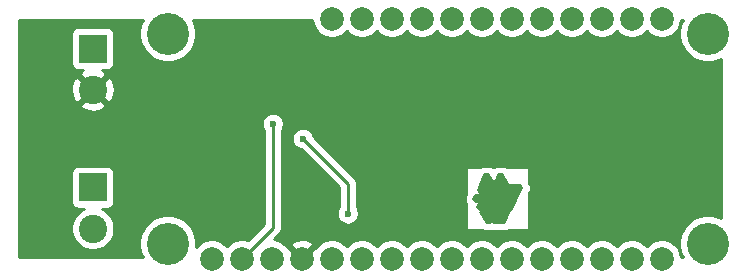
<source format=gbl>
G04 #@! TF.GenerationSoftware,KiCad,Pcbnew,(5.1.2-1)-1*
G04 #@! TF.CreationDate,2019-08-29T10:38:32+12:00*
G04 #@! TF.ProjectId,ModbusRTUFeather,4d6f6462-7573-4525-9455-466561746865,rev?*
G04 #@! TF.SameCoordinates,Original*
G04 #@! TF.FileFunction,Copper,L2,Bot*
G04 #@! TF.FilePolarity,Positive*
%FSLAX46Y46*%
G04 Gerber Fmt 4.6, Leading zero omitted, Abs format (unit mm)*
G04 Created by KiCad (PCBNEW (5.1.2-1)-1) date 2019-08-29 10:38:32*
%MOMM*%
%LPD*%
G04 APERTURE LIST*
%ADD10C,0.100000*%
%ADD11C,2.000000*%
%ADD12C,3.556000*%
%ADD13C,2.400000*%
%ADD14R,2.400000X2.400000*%
%ADD15C,0.600000*%
%ADD16C,0.250000*%
%ADD17C,0.254000*%
G04 APERTURE END LIST*
D10*
G36*
X154915573Y-110294810D02*
G01*
X154753895Y-110294810D01*
X154251779Y-111353333D01*
X153238545Y-111353333D01*
X153147037Y-111187291D01*
X153074632Y-111353333D01*
X152648493Y-111353333D01*
X152110417Y-110380522D01*
X152143050Y-110294810D01*
X152063119Y-110294810D01*
X151860328Y-109922667D01*
X152008721Y-109628099D01*
X151701525Y-109628099D01*
X151496160Y-109251362D01*
X151717583Y-108796270D01*
X152064265Y-108796270D01*
X151871169Y-108467389D01*
X152056244Y-108090676D01*
X152131632Y-108090676D01*
X152085875Y-108018024D01*
X152520974Y-107086667D01*
X152951075Y-107086667D01*
X153255630Y-107628457D01*
X153447631Y-107628457D01*
X153701326Y-107086667D01*
X154117788Y-107086667D01*
X154615438Y-107959081D01*
X155642145Y-107959081D01*
X155843840Y-108332658D01*
X154915573Y-110294810D01*
X154915573Y-110294810D01*
G37*
D11*
X129451100Y-114300000D03*
X131991100Y-114300000D03*
X134531100Y-114300000D03*
X137071100Y-114300000D03*
X139611100Y-114300000D03*
X142151100Y-114300000D03*
X144691100Y-114300000D03*
X147231100Y-114300000D03*
X149771100Y-114300000D03*
X152311100Y-114300000D03*
X154851100Y-114300000D03*
X157391100Y-114300000D03*
X159931100Y-114300000D03*
X162471100Y-114300000D03*
X165011100Y-114300000D03*
X167551100Y-114300000D03*
X167551100Y-93980000D03*
X165011100Y-93980000D03*
X162471100Y-93980000D03*
X159931100Y-93980000D03*
X157391100Y-93980000D03*
X154851100Y-93980000D03*
X152311100Y-93980000D03*
X149771100Y-93980000D03*
X147231100Y-93980000D03*
X144691100Y-93980000D03*
X142151100Y-93980000D03*
X139611100Y-93980000D03*
D12*
X171450000Y-113030000D03*
X125730000Y-113030000D03*
X171450000Y-95250000D03*
X125730000Y-95250000D03*
D13*
X119380000Y-100020000D03*
D14*
X119380000Y-96520000D03*
D13*
X119380000Y-111760000D03*
D14*
X119380000Y-108260000D03*
D15*
X134620000Y-102870000D03*
X152400000Y-101600000D03*
X135890000Y-101600000D03*
X137160000Y-104140000D03*
X140970000Y-110490000D03*
D16*
X134620000Y-102870000D02*
X134620000Y-111671100D01*
X134620000Y-111671100D02*
X131991100Y-114300000D01*
X135890000Y-101600000D02*
X152400000Y-101600000D01*
X135890000Y-101600000D02*
X135890000Y-113118900D01*
X135890000Y-113118900D02*
X137071100Y-114300000D01*
X140970000Y-107950000D02*
X137160000Y-104140000D01*
X140970000Y-110490000D02*
X140970000Y-107950000D01*
D17*
G36*
X123591628Y-94107016D02*
G01*
X123409731Y-94546154D01*
X123317000Y-95012340D01*
X123317000Y-95487660D01*
X123409731Y-95953846D01*
X123591628Y-96392984D01*
X123855701Y-96788198D01*
X124191802Y-97124299D01*
X124587016Y-97388372D01*
X125026154Y-97570269D01*
X125492340Y-97663000D01*
X125967660Y-97663000D01*
X126433846Y-97570269D01*
X126872984Y-97388372D01*
X127268198Y-97124299D01*
X127604299Y-96788198D01*
X127868372Y-96392984D01*
X128050269Y-95953846D01*
X128143000Y-95487660D01*
X128143000Y-95012340D01*
X128050269Y-94546154D01*
X127868372Y-94107016D01*
X127868361Y-94107000D01*
X137976100Y-94107000D01*
X137976100Y-94141033D01*
X138038932Y-94456912D01*
X138162182Y-94754463D01*
X138341113Y-95022252D01*
X138568848Y-95249987D01*
X138836637Y-95428918D01*
X139134188Y-95552168D01*
X139450067Y-95615000D01*
X139772133Y-95615000D01*
X140088012Y-95552168D01*
X140385563Y-95428918D01*
X140653352Y-95249987D01*
X140881087Y-95022252D01*
X140881100Y-95022233D01*
X140881113Y-95022252D01*
X141108848Y-95249987D01*
X141376637Y-95428918D01*
X141674188Y-95552168D01*
X141990067Y-95615000D01*
X142312133Y-95615000D01*
X142628012Y-95552168D01*
X142925563Y-95428918D01*
X143193352Y-95249987D01*
X143421087Y-95022252D01*
X143421100Y-95022233D01*
X143421113Y-95022252D01*
X143648848Y-95249987D01*
X143916637Y-95428918D01*
X144214188Y-95552168D01*
X144530067Y-95615000D01*
X144852133Y-95615000D01*
X145168012Y-95552168D01*
X145465563Y-95428918D01*
X145733352Y-95249987D01*
X145961087Y-95022252D01*
X145961100Y-95022233D01*
X145961113Y-95022252D01*
X146188848Y-95249987D01*
X146456637Y-95428918D01*
X146754188Y-95552168D01*
X147070067Y-95615000D01*
X147392133Y-95615000D01*
X147708012Y-95552168D01*
X148005563Y-95428918D01*
X148273352Y-95249987D01*
X148501087Y-95022252D01*
X148501100Y-95022233D01*
X148501113Y-95022252D01*
X148728848Y-95249987D01*
X148996637Y-95428918D01*
X149294188Y-95552168D01*
X149610067Y-95615000D01*
X149932133Y-95615000D01*
X150248012Y-95552168D01*
X150545563Y-95428918D01*
X150813352Y-95249987D01*
X151041087Y-95022252D01*
X151041100Y-95022233D01*
X151041113Y-95022252D01*
X151268848Y-95249987D01*
X151536637Y-95428918D01*
X151834188Y-95552168D01*
X152150067Y-95615000D01*
X152472133Y-95615000D01*
X152788012Y-95552168D01*
X153085563Y-95428918D01*
X153353352Y-95249987D01*
X153581087Y-95022252D01*
X153581100Y-95022233D01*
X153581113Y-95022252D01*
X153808848Y-95249987D01*
X154076637Y-95428918D01*
X154374188Y-95552168D01*
X154690067Y-95615000D01*
X155012133Y-95615000D01*
X155328012Y-95552168D01*
X155625563Y-95428918D01*
X155893352Y-95249987D01*
X156121087Y-95022252D01*
X156121100Y-95022233D01*
X156121113Y-95022252D01*
X156348848Y-95249987D01*
X156616637Y-95428918D01*
X156914188Y-95552168D01*
X157230067Y-95615000D01*
X157552133Y-95615000D01*
X157868012Y-95552168D01*
X158165563Y-95428918D01*
X158433352Y-95249987D01*
X158661087Y-95022252D01*
X158661100Y-95022233D01*
X158661113Y-95022252D01*
X158888848Y-95249987D01*
X159156637Y-95428918D01*
X159454188Y-95552168D01*
X159770067Y-95615000D01*
X160092133Y-95615000D01*
X160408012Y-95552168D01*
X160705563Y-95428918D01*
X160973352Y-95249987D01*
X161201087Y-95022252D01*
X161201100Y-95022233D01*
X161201113Y-95022252D01*
X161428848Y-95249987D01*
X161696637Y-95428918D01*
X161994188Y-95552168D01*
X162310067Y-95615000D01*
X162632133Y-95615000D01*
X162948012Y-95552168D01*
X163245563Y-95428918D01*
X163513352Y-95249987D01*
X163741087Y-95022252D01*
X163741100Y-95022233D01*
X163741113Y-95022252D01*
X163968848Y-95249987D01*
X164236637Y-95428918D01*
X164534188Y-95552168D01*
X164850067Y-95615000D01*
X165172133Y-95615000D01*
X165488012Y-95552168D01*
X165785563Y-95428918D01*
X166053352Y-95249987D01*
X166281087Y-95022252D01*
X166281100Y-95022233D01*
X166281113Y-95022252D01*
X166508848Y-95249987D01*
X166776637Y-95428918D01*
X167074188Y-95552168D01*
X167390067Y-95615000D01*
X167712133Y-95615000D01*
X168028012Y-95552168D01*
X168325563Y-95428918D01*
X168593352Y-95249987D01*
X168821087Y-95022252D01*
X169000018Y-94754463D01*
X169123268Y-94456912D01*
X169186100Y-94141033D01*
X169186100Y-94107000D01*
X169311639Y-94107000D01*
X169311628Y-94107016D01*
X169129731Y-94546154D01*
X169037000Y-95012340D01*
X169037000Y-95487660D01*
X169129731Y-95953846D01*
X169311628Y-96392984D01*
X169575701Y-96788198D01*
X169911802Y-97124299D01*
X170307016Y-97388372D01*
X170746154Y-97570269D01*
X171212340Y-97663000D01*
X171687660Y-97663000D01*
X172153846Y-97570269D01*
X172592984Y-97388372D01*
X172593000Y-97388361D01*
X172593000Y-110891639D01*
X172592984Y-110891628D01*
X172153846Y-110709731D01*
X171687660Y-110617000D01*
X171212340Y-110617000D01*
X170746154Y-110709731D01*
X170307016Y-110891628D01*
X169911802Y-111155701D01*
X169575701Y-111491802D01*
X169311628Y-111887016D01*
X169129731Y-112326154D01*
X169037000Y-112792340D01*
X169037000Y-113267660D01*
X169129731Y-113733846D01*
X169311628Y-114172984D01*
X169311639Y-114173000D01*
X169186100Y-114173000D01*
X169186100Y-114138967D01*
X169123268Y-113823088D01*
X169000018Y-113525537D01*
X168821087Y-113257748D01*
X168593352Y-113030013D01*
X168325563Y-112851082D01*
X168028012Y-112727832D01*
X167712133Y-112665000D01*
X167390067Y-112665000D01*
X167074188Y-112727832D01*
X166776637Y-112851082D01*
X166508848Y-113030013D01*
X166281113Y-113257748D01*
X166281100Y-113257767D01*
X166281087Y-113257748D01*
X166053352Y-113030013D01*
X165785563Y-112851082D01*
X165488012Y-112727832D01*
X165172133Y-112665000D01*
X164850067Y-112665000D01*
X164534188Y-112727832D01*
X164236637Y-112851082D01*
X163968848Y-113030013D01*
X163741113Y-113257748D01*
X163741100Y-113257767D01*
X163741087Y-113257748D01*
X163513352Y-113030013D01*
X163245563Y-112851082D01*
X162948012Y-112727832D01*
X162632133Y-112665000D01*
X162310067Y-112665000D01*
X161994188Y-112727832D01*
X161696637Y-112851082D01*
X161428848Y-113030013D01*
X161201113Y-113257748D01*
X161201100Y-113257767D01*
X161201087Y-113257748D01*
X160973352Y-113030013D01*
X160705563Y-112851082D01*
X160408012Y-112727832D01*
X160092133Y-112665000D01*
X159770067Y-112665000D01*
X159454188Y-112727832D01*
X159156637Y-112851082D01*
X158888848Y-113030013D01*
X158661113Y-113257748D01*
X158661100Y-113257767D01*
X158661087Y-113257748D01*
X158433352Y-113030013D01*
X158165563Y-112851082D01*
X157868012Y-112727832D01*
X157552133Y-112665000D01*
X157230067Y-112665000D01*
X156914188Y-112727832D01*
X156616637Y-112851082D01*
X156348848Y-113030013D01*
X156121113Y-113257748D01*
X156121100Y-113257767D01*
X156121087Y-113257748D01*
X155893352Y-113030013D01*
X155625563Y-112851082D01*
X155328012Y-112727832D01*
X155012133Y-112665000D01*
X154690067Y-112665000D01*
X154374188Y-112727832D01*
X154076637Y-112851082D01*
X153808848Y-113030013D01*
X153581113Y-113257748D01*
X153581100Y-113257767D01*
X153581087Y-113257748D01*
X153353352Y-113030013D01*
X153085563Y-112851082D01*
X152788012Y-112727832D01*
X152472133Y-112665000D01*
X152150067Y-112665000D01*
X151834188Y-112727832D01*
X151536637Y-112851082D01*
X151268848Y-113030013D01*
X151041113Y-113257748D01*
X151041100Y-113257767D01*
X151041087Y-113257748D01*
X150813352Y-113030013D01*
X150545563Y-112851082D01*
X150248012Y-112727832D01*
X149932133Y-112665000D01*
X149610067Y-112665000D01*
X149294188Y-112727832D01*
X148996637Y-112851082D01*
X148728848Y-113030013D01*
X148501113Y-113257748D01*
X148501100Y-113257767D01*
X148501087Y-113257748D01*
X148273352Y-113030013D01*
X148005563Y-112851082D01*
X147708012Y-112727832D01*
X147392133Y-112665000D01*
X147070067Y-112665000D01*
X146754188Y-112727832D01*
X146456637Y-112851082D01*
X146188848Y-113030013D01*
X145961113Y-113257748D01*
X145961100Y-113257767D01*
X145961087Y-113257748D01*
X145733352Y-113030013D01*
X145465563Y-112851082D01*
X145168012Y-112727832D01*
X144852133Y-112665000D01*
X144530067Y-112665000D01*
X144214188Y-112727832D01*
X143916637Y-112851082D01*
X143648848Y-113030013D01*
X143421113Y-113257748D01*
X143421100Y-113257767D01*
X143421087Y-113257748D01*
X143193352Y-113030013D01*
X142925563Y-112851082D01*
X142628012Y-112727832D01*
X142312133Y-112665000D01*
X141990067Y-112665000D01*
X141674188Y-112727832D01*
X141376637Y-112851082D01*
X141108848Y-113030013D01*
X140881113Y-113257748D01*
X140881100Y-113257767D01*
X140881087Y-113257748D01*
X140653352Y-113030013D01*
X140385563Y-112851082D01*
X140088012Y-112727832D01*
X139772133Y-112665000D01*
X139450067Y-112665000D01*
X139134188Y-112727832D01*
X138836637Y-112851082D01*
X138568848Y-113030013D01*
X138341113Y-113257748D01*
X138268380Y-113366600D01*
X138206513Y-113344192D01*
X137377705Y-114173000D01*
X136764495Y-114173000D01*
X135935687Y-113344192D01*
X135873820Y-113366600D01*
X135801087Y-113257748D01*
X135707926Y-113164587D01*
X136115292Y-113164587D01*
X137071100Y-114120395D01*
X138026908Y-113164587D01*
X137931144Y-112900186D01*
X137641529Y-112759296D01*
X137329992Y-112677616D01*
X137008505Y-112658282D01*
X136689425Y-112702039D01*
X136385012Y-112807205D01*
X136211056Y-112900186D01*
X136115292Y-113164587D01*
X135707926Y-113164587D01*
X135573352Y-113030013D01*
X135305563Y-112851082D01*
X135008012Y-112727832D01*
X134699447Y-112666455D01*
X135131003Y-112234899D01*
X135160001Y-112211101D01*
X135186332Y-112179017D01*
X135254974Y-112095377D01*
X135325546Y-111963347D01*
X135334565Y-111933614D01*
X135369003Y-111820086D01*
X135380000Y-111708433D01*
X135380000Y-111708420D01*
X135383676Y-111671101D01*
X135380000Y-111633778D01*
X135380000Y-104047911D01*
X136225000Y-104047911D01*
X136225000Y-104232089D01*
X136260932Y-104412729D01*
X136331414Y-104582889D01*
X136433738Y-104736028D01*
X136563972Y-104866262D01*
X136717111Y-104968586D01*
X136887271Y-105039068D01*
X137008352Y-105063153D01*
X140210001Y-108264803D01*
X140210000Y-109944464D01*
X140141414Y-110047111D01*
X140070932Y-110217271D01*
X140035000Y-110397911D01*
X140035000Y-110582089D01*
X140070932Y-110762729D01*
X140141414Y-110932889D01*
X140243738Y-111086028D01*
X140373972Y-111216262D01*
X140527111Y-111318586D01*
X140697271Y-111389068D01*
X140877911Y-111425000D01*
X141062089Y-111425000D01*
X141242729Y-111389068D01*
X141412889Y-111318586D01*
X141566028Y-111216262D01*
X141696262Y-111086028D01*
X141798586Y-110932889D01*
X141869068Y-110762729D01*
X141905000Y-110582089D01*
X141905000Y-110397911D01*
X141869068Y-110217271D01*
X141798586Y-110047111D01*
X141730000Y-109944465D01*
X141730000Y-109212098D01*
X150862375Y-109212098D01*
X150864150Y-109261565D01*
X150863973Y-109311071D01*
X150866369Y-109323401D01*
X150866819Y-109335949D01*
X150878168Y-109384126D01*
X150887611Y-109432726D01*
X150892356Y-109444355D01*
X150895235Y-109456578D01*
X150915728Y-109501640D01*
X150934428Y-109547473D01*
X150938617Y-109555287D01*
X151003000Y-109673396D01*
X151003000Y-111760000D01*
X151005440Y-111784776D01*
X151012667Y-111808601D01*
X151024403Y-111830557D01*
X151040197Y-111849803D01*
X151059443Y-111865597D01*
X151081399Y-111877333D01*
X151105224Y-111884560D01*
X151130000Y-111887000D01*
X152307420Y-111887000D01*
X152323472Y-111895825D01*
X152355751Y-111916829D01*
X152377661Y-111925616D01*
X152398340Y-111936984D01*
X152435036Y-111948625D01*
X152470777Y-111962958D01*
X152493973Y-111967321D01*
X152516469Y-111974457D01*
X152554731Y-111978749D01*
X152592572Y-111985866D01*
X152616173Y-111985640D01*
X152639627Y-111988271D01*
X152648493Y-111988333D01*
X153074632Y-111988333D01*
X153127737Y-111983126D01*
X153156833Y-111981071D01*
X153181653Y-111985779D01*
X153205738Y-111985586D01*
X153229679Y-111988271D01*
X153238545Y-111988333D01*
X154251779Y-111988333D01*
X154294909Y-111984104D01*
X154338205Y-111982424D01*
X154356446Y-111978071D01*
X154375118Y-111976240D01*
X154416611Y-111963712D01*
X154458750Y-111953656D01*
X154475797Y-111945843D01*
X154493759Y-111940420D01*
X154532031Y-111920071D01*
X154571411Y-111902022D01*
X154586616Y-111891047D01*
X154594227Y-111887000D01*
X156210000Y-111887000D01*
X156234776Y-111884560D01*
X156258601Y-111877333D01*
X156280557Y-111865597D01*
X156299803Y-111849803D01*
X156315597Y-111830557D01*
X156327333Y-111808601D01*
X156334560Y-111784776D01*
X156337000Y-111760000D01*
X156337000Y-108775103D01*
X156417846Y-108604212D01*
X156432949Y-108562074D01*
X156450326Y-108520807D01*
X156453818Y-108503848D01*
X156459660Y-108487549D01*
X156466291Y-108443275D01*
X156475321Y-108399423D01*
X156475452Y-108382108D01*
X156478017Y-108364985D01*
X156475922Y-108320264D01*
X156476262Y-108275496D01*
X156473028Y-108258487D01*
X156472218Y-108241191D01*
X156461478Y-108197733D01*
X156453115Y-108153747D01*
X156446637Y-108137686D01*
X156442484Y-108120880D01*
X156423509Y-108080339D01*
X156406761Y-108038812D01*
X156402603Y-108030981D01*
X156337000Y-107909472D01*
X156337000Y-106680000D01*
X156334560Y-106655224D01*
X156327333Y-106631399D01*
X156315597Y-106609443D01*
X156299803Y-106590197D01*
X156280557Y-106574403D01*
X156258601Y-106562667D01*
X156234776Y-106555440D01*
X156210000Y-106553000D01*
X154458861Y-106553000D01*
X154439163Y-106542171D01*
X154403089Y-106519367D01*
X154384961Y-106512373D01*
X154367941Y-106503016D01*
X154327270Y-106490114D01*
X154287466Y-106474757D01*
X154268333Y-106471418D01*
X154249812Y-106465543D01*
X154207406Y-106460787D01*
X154165380Y-106453453D01*
X154145959Y-106453894D01*
X154126654Y-106451729D01*
X154117788Y-106451667D01*
X153701326Y-106451667D01*
X153656618Y-106456050D01*
X153611760Y-106458016D01*
X153595084Y-106462084D01*
X153577987Y-106463760D01*
X153534977Y-106476746D01*
X153491360Y-106487385D01*
X153475790Y-106494615D01*
X153459346Y-106499580D01*
X153419679Y-106520672D01*
X153378958Y-106539581D01*
X153365089Y-106549698D01*
X153358878Y-106553000D01*
X153292148Y-106553000D01*
X153274187Y-106543126D01*
X153239936Y-106521172D01*
X153219998Y-106513335D01*
X153201228Y-106503016D01*
X153162456Y-106490717D01*
X153124596Y-106475835D01*
X153103518Y-106472020D01*
X153083099Y-106465543D01*
X153042670Y-106461008D01*
X153002647Y-106453765D01*
X152981230Y-106454117D01*
X152959941Y-106451729D01*
X152951075Y-106451667D01*
X152520974Y-106451667D01*
X152475985Y-106456078D01*
X152430847Y-106458096D01*
X152414449Y-106462111D01*
X152397635Y-106463760D01*
X152354360Y-106476825D01*
X152310474Y-106487572D01*
X152295164Y-106494698D01*
X152278994Y-106499580D01*
X152239087Y-106520799D01*
X152198118Y-106539868D01*
X152184483Y-106549832D01*
X152178526Y-106553000D01*
X151130000Y-106553000D01*
X151105224Y-106555440D01*
X151081399Y-106562667D01*
X151059443Y-106574403D01*
X151040197Y-106590197D01*
X151024403Y-106609443D01*
X151012667Y-106631399D01*
X151005440Y-106655224D01*
X151003000Y-106680000D01*
X151003000Y-108813557D01*
X150925159Y-108973544D01*
X150907946Y-109019963D01*
X150888921Y-109065658D01*
X150886439Y-109077965D01*
X150882071Y-109089743D01*
X150874202Y-109138629D01*
X150864416Y-109187141D01*
X150864371Y-109199698D01*
X150862375Y-109212098D01*
X141730000Y-109212098D01*
X141730000Y-107987325D01*
X141733676Y-107950000D01*
X141730000Y-107912675D01*
X141730000Y-107912667D01*
X141719003Y-107801014D01*
X141675546Y-107657753D01*
X141604974Y-107525724D01*
X141510001Y-107409999D01*
X141481003Y-107386201D01*
X138083153Y-103988352D01*
X138059068Y-103867271D01*
X137988586Y-103697111D01*
X137886262Y-103543972D01*
X137756028Y-103413738D01*
X137602889Y-103311414D01*
X137432729Y-103240932D01*
X137252089Y-103205000D01*
X137067911Y-103205000D01*
X136887271Y-103240932D01*
X136717111Y-103311414D01*
X136563972Y-103413738D01*
X136433738Y-103543972D01*
X136331414Y-103697111D01*
X136260932Y-103867271D01*
X136225000Y-104047911D01*
X135380000Y-104047911D01*
X135380000Y-103415535D01*
X135448586Y-103312889D01*
X135519068Y-103142729D01*
X135555000Y-102962089D01*
X135555000Y-102777911D01*
X135519068Y-102597271D01*
X135448586Y-102427111D01*
X135346262Y-102273972D01*
X135216028Y-102143738D01*
X135062889Y-102041414D01*
X134892729Y-101970932D01*
X134712089Y-101935000D01*
X134527911Y-101935000D01*
X134347271Y-101970932D01*
X134177111Y-102041414D01*
X134023972Y-102143738D01*
X133893738Y-102273972D01*
X133791414Y-102427111D01*
X133720932Y-102597271D01*
X133685000Y-102777911D01*
X133685000Y-102962089D01*
X133720932Y-103142729D01*
X133791414Y-103312889D01*
X133860000Y-103415536D01*
X133860001Y-111356297D01*
X132482476Y-112733823D01*
X132468012Y-112727832D01*
X132152133Y-112665000D01*
X131830067Y-112665000D01*
X131514188Y-112727832D01*
X131216637Y-112851082D01*
X130948848Y-113030013D01*
X130721113Y-113257748D01*
X130721100Y-113257767D01*
X130721087Y-113257748D01*
X130493352Y-113030013D01*
X130225563Y-112851082D01*
X129928012Y-112727832D01*
X129612133Y-112665000D01*
X129290067Y-112665000D01*
X128974188Y-112727832D01*
X128676637Y-112851082D01*
X128408848Y-113030013D01*
X128181113Y-113257748D01*
X128129652Y-113334765D01*
X128143000Y-113267660D01*
X128143000Y-112792340D01*
X128050269Y-112326154D01*
X127868372Y-111887016D01*
X127604299Y-111491802D01*
X127268198Y-111155701D01*
X126872984Y-110891628D01*
X126433846Y-110709731D01*
X125967660Y-110617000D01*
X125492340Y-110617000D01*
X125026154Y-110709731D01*
X124587016Y-110891628D01*
X124191802Y-111155701D01*
X123855701Y-111491802D01*
X123591628Y-111887016D01*
X123409731Y-112326154D01*
X123317000Y-112792340D01*
X123317000Y-113267660D01*
X123409731Y-113733846D01*
X123591628Y-114172984D01*
X123591639Y-114173000D01*
X113157000Y-114173000D01*
X113157000Y-107060000D01*
X117541928Y-107060000D01*
X117541928Y-109460000D01*
X117554188Y-109584482D01*
X117590498Y-109704180D01*
X117649463Y-109814494D01*
X117728815Y-109911185D01*
X117825506Y-109990537D01*
X117935820Y-110049502D01*
X118055518Y-110085812D01*
X118180000Y-110098072D01*
X118597162Y-110098072D01*
X118510801Y-110133844D01*
X118210256Y-110334662D01*
X117954662Y-110590256D01*
X117753844Y-110890801D01*
X117615518Y-111224750D01*
X117545000Y-111579268D01*
X117545000Y-111940732D01*
X117615518Y-112295250D01*
X117753844Y-112629199D01*
X117954662Y-112929744D01*
X118210256Y-113185338D01*
X118510801Y-113386156D01*
X118844750Y-113524482D01*
X119199268Y-113595000D01*
X119560732Y-113595000D01*
X119915250Y-113524482D01*
X120249199Y-113386156D01*
X120549744Y-113185338D01*
X120805338Y-112929744D01*
X121006156Y-112629199D01*
X121144482Y-112295250D01*
X121215000Y-111940732D01*
X121215000Y-111579268D01*
X121144482Y-111224750D01*
X121006156Y-110890801D01*
X120805338Y-110590256D01*
X120549744Y-110334662D01*
X120249199Y-110133844D01*
X120162838Y-110098072D01*
X120580000Y-110098072D01*
X120704482Y-110085812D01*
X120824180Y-110049502D01*
X120934494Y-109990537D01*
X121031185Y-109911185D01*
X121110537Y-109814494D01*
X121169502Y-109704180D01*
X121205812Y-109584482D01*
X121218072Y-109460000D01*
X121218072Y-107060000D01*
X121205812Y-106935518D01*
X121169502Y-106815820D01*
X121110537Y-106705506D01*
X121031185Y-106608815D01*
X120934494Y-106529463D01*
X120824180Y-106470498D01*
X120704482Y-106434188D01*
X120580000Y-106421928D01*
X118180000Y-106421928D01*
X118055518Y-106434188D01*
X117935820Y-106470498D01*
X117825506Y-106529463D01*
X117728815Y-106608815D01*
X117649463Y-106705506D01*
X117590498Y-106815820D01*
X117554188Y-106935518D01*
X117541928Y-107060000D01*
X113157000Y-107060000D01*
X113157000Y-101297980D01*
X118281626Y-101297980D01*
X118401514Y-101582836D01*
X118725210Y-101743699D01*
X119074069Y-101838322D01*
X119434684Y-101863067D01*
X119793198Y-101816985D01*
X120135833Y-101701846D01*
X120358486Y-101582836D01*
X120478374Y-101297980D01*
X119380000Y-100199605D01*
X118281626Y-101297980D01*
X113157000Y-101297980D01*
X113157000Y-100074684D01*
X117536933Y-100074684D01*
X117583015Y-100433198D01*
X117698154Y-100775833D01*
X117817164Y-100998486D01*
X118102020Y-101118374D01*
X119200395Y-100020000D01*
X119559605Y-100020000D01*
X120657980Y-101118374D01*
X120942836Y-100998486D01*
X121103699Y-100674790D01*
X121198322Y-100325931D01*
X121223067Y-99965316D01*
X121176985Y-99606802D01*
X121061846Y-99264167D01*
X120942836Y-99041514D01*
X120657980Y-98921626D01*
X119559605Y-100020000D01*
X119200395Y-100020000D01*
X118102020Y-98921626D01*
X117817164Y-99041514D01*
X117656301Y-99365210D01*
X117561678Y-99714069D01*
X117536933Y-100074684D01*
X113157000Y-100074684D01*
X113157000Y-95320000D01*
X117541928Y-95320000D01*
X117541928Y-97720000D01*
X117554188Y-97844482D01*
X117590498Y-97964180D01*
X117649463Y-98074494D01*
X117728815Y-98171185D01*
X117825506Y-98250537D01*
X117935820Y-98309502D01*
X118055518Y-98345812D01*
X118180000Y-98358072D01*
X118586903Y-98358072D01*
X118401514Y-98457164D01*
X118281626Y-98742020D01*
X119380000Y-99840395D01*
X120478374Y-98742020D01*
X120358486Y-98457164D01*
X120159088Y-98358072D01*
X120580000Y-98358072D01*
X120704482Y-98345812D01*
X120824180Y-98309502D01*
X120934494Y-98250537D01*
X121031185Y-98171185D01*
X121110537Y-98074494D01*
X121169502Y-97964180D01*
X121205812Y-97844482D01*
X121218072Y-97720000D01*
X121218072Y-95320000D01*
X121205812Y-95195518D01*
X121169502Y-95075820D01*
X121110537Y-94965506D01*
X121031185Y-94868815D01*
X120934494Y-94789463D01*
X120824180Y-94730498D01*
X120704482Y-94694188D01*
X120580000Y-94681928D01*
X118180000Y-94681928D01*
X118055518Y-94694188D01*
X117935820Y-94730498D01*
X117825506Y-94789463D01*
X117728815Y-94868815D01*
X117649463Y-94965506D01*
X117590498Y-95075820D01*
X117554188Y-95195518D01*
X117541928Y-95320000D01*
X113157000Y-95320000D01*
X113157000Y-94107000D01*
X123591639Y-94107000D01*
X123591628Y-94107016D01*
X123591628Y-94107016D01*
G37*
X123591628Y-94107016D02*
X123409731Y-94546154D01*
X123317000Y-95012340D01*
X123317000Y-95487660D01*
X123409731Y-95953846D01*
X123591628Y-96392984D01*
X123855701Y-96788198D01*
X124191802Y-97124299D01*
X124587016Y-97388372D01*
X125026154Y-97570269D01*
X125492340Y-97663000D01*
X125967660Y-97663000D01*
X126433846Y-97570269D01*
X126872984Y-97388372D01*
X127268198Y-97124299D01*
X127604299Y-96788198D01*
X127868372Y-96392984D01*
X128050269Y-95953846D01*
X128143000Y-95487660D01*
X128143000Y-95012340D01*
X128050269Y-94546154D01*
X127868372Y-94107016D01*
X127868361Y-94107000D01*
X137976100Y-94107000D01*
X137976100Y-94141033D01*
X138038932Y-94456912D01*
X138162182Y-94754463D01*
X138341113Y-95022252D01*
X138568848Y-95249987D01*
X138836637Y-95428918D01*
X139134188Y-95552168D01*
X139450067Y-95615000D01*
X139772133Y-95615000D01*
X140088012Y-95552168D01*
X140385563Y-95428918D01*
X140653352Y-95249987D01*
X140881087Y-95022252D01*
X140881100Y-95022233D01*
X140881113Y-95022252D01*
X141108848Y-95249987D01*
X141376637Y-95428918D01*
X141674188Y-95552168D01*
X141990067Y-95615000D01*
X142312133Y-95615000D01*
X142628012Y-95552168D01*
X142925563Y-95428918D01*
X143193352Y-95249987D01*
X143421087Y-95022252D01*
X143421100Y-95022233D01*
X143421113Y-95022252D01*
X143648848Y-95249987D01*
X143916637Y-95428918D01*
X144214188Y-95552168D01*
X144530067Y-95615000D01*
X144852133Y-95615000D01*
X145168012Y-95552168D01*
X145465563Y-95428918D01*
X145733352Y-95249987D01*
X145961087Y-95022252D01*
X145961100Y-95022233D01*
X145961113Y-95022252D01*
X146188848Y-95249987D01*
X146456637Y-95428918D01*
X146754188Y-95552168D01*
X147070067Y-95615000D01*
X147392133Y-95615000D01*
X147708012Y-95552168D01*
X148005563Y-95428918D01*
X148273352Y-95249987D01*
X148501087Y-95022252D01*
X148501100Y-95022233D01*
X148501113Y-95022252D01*
X148728848Y-95249987D01*
X148996637Y-95428918D01*
X149294188Y-95552168D01*
X149610067Y-95615000D01*
X149932133Y-95615000D01*
X150248012Y-95552168D01*
X150545563Y-95428918D01*
X150813352Y-95249987D01*
X151041087Y-95022252D01*
X151041100Y-95022233D01*
X151041113Y-95022252D01*
X151268848Y-95249987D01*
X151536637Y-95428918D01*
X151834188Y-95552168D01*
X152150067Y-95615000D01*
X152472133Y-95615000D01*
X152788012Y-95552168D01*
X153085563Y-95428918D01*
X153353352Y-95249987D01*
X153581087Y-95022252D01*
X153581100Y-95022233D01*
X153581113Y-95022252D01*
X153808848Y-95249987D01*
X154076637Y-95428918D01*
X154374188Y-95552168D01*
X154690067Y-95615000D01*
X155012133Y-95615000D01*
X155328012Y-95552168D01*
X155625563Y-95428918D01*
X155893352Y-95249987D01*
X156121087Y-95022252D01*
X156121100Y-95022233D01*
X156121113Y-95022252D01*
X156348848Y-95249987D01*
X156616637Y-95428918D01*
X156914188Y-95552168D01*
X157230067Y-95615000D01*
X157552133Y-95615000D01*
X157868012Y-95552168D01*
X158165563Y-95428918D01*
X158433352Y-95249987D01*
X158661087Y-95022252D01*
X158661100Y-95022233D01*
X158661113Y-95022252D01*
X158888848Y-95249987D01*
X159156637Y-95428918D01*
X159454188Y-95552168D01*
X159770067Y-95615000D01*
X160092133Y-95615000D01*
X160408012Y-95552168D01*
X160705563Y-95428918D01*
X160973352Y-95249987D01*
X161201087Y-95022252D01*
X161201100Y-95022233D01*
X161201113Y-95022252D01*
X161428848Y-95249987D01*
X161696637Y-95428918D01*
X161994188Y-95552168D01*
X162310067Y-95615000D01*
X162632133Y-95615000D01*
X162948012Y-95552168D01*
X163245563Y-95428918D01*
X163513352Y-95249987D01*
X163741087Y-95022252D01*
X163741100Y-95022233D01*
X163741113Y-95022252D01*
X163968848Y-95249987D01*
X164236637Y-95428918D01*
X164534188Y-95552168D01*
X164850067Y-95615000D01*
X165172133Y-95615000D01*
X165488012Y-95552168D01*
X165785563Y-95428918D01*
X166053352Y-95249987D01*
X166281087Y-95022252D01*
X166281100Y-95022233D01*
X166281113Y-95022252D01*
X166508848Y-95249987D01*
X166776637Y-95428918D01*
X167074188Y-95552168D01*
X167390067Y-95615000D01*
X167712133Y-95615000D01*
X168028012Y-95552168D01*
X168325563Y-95428918D01*
X168593352Y-95249987D01*
X168821087Y-95022252D01*
X169000018Y-94754463D01*
X169123268Y-94456912D01*
X169186100Y-94141033D01*
X169186100Y-94107000D01*
X169311639Y-94107000D01*
X169311628Y-94107016D01*
X169129731Y-94546154D01*
X169037000Y-95012340D01*
X169037000Y-95487660D01*
X169129731Y-95953846D01*
X169311628Y-96392984D01*
X169575701Y-96788198D01*
X169911802Y-97124299D01*
X170307016Y-97388372D01*
X170746154Y-97570269D01*
X171212340Y-97663000D01*
X171687660Y-97663000D01*
X172153846Y-97570269D01*
X172592984Y-97388372D01*
X172593000Y-97388361D01*
X172593000Y-110891639D01*
X172592984Y-110891628D01*
X172153846Y-110709731D01*
X171687660Y-110617000D01*
X171212340Y-110617000D01*
X170746154Y-110709731D01*
X170307016Y-110891628D01*
X169911802Y-111155701D01*
X169575701Y-111491802D01*
X169311628Y-111887016D01*
X169129731Y-112326154D01*
X169037000Y-112792340D01*
X169037000Y-113267660D01*
X169129731Y-113733846D01*
X169311628Y-114172984D01*
X169311639Y-114173000D01*
X169186100Y-114173000D01*
X169186100Y-114138967D01*
X169123268Y-113823088D01*
X169000018Y-113525537D01*
X168821087Y-113257748D01*
X168593352Y-113030013D01*
X168325563Y-112851082D01*
X168028012Y-112727832D01*
X167712133Y-112665000D01*
X167390067Y-112665000D01*
X167074188Y-112727832D01*
X166776637Y-112851082D01*
X166508848Y-113030013D01*
X166281113Y-113257748D01*
X166281100Y-113257767D01*
X166281087Y-113257748D01*
X166053352Y-113030013D01*
X165785563Y-112851082D01*
X165488012Y-112727832D01*
X165172133Y-112665000D01*
X164850067Y-112665000D01*
X164534188Y-112727832D01*
X164236637Y-112851082D01*
X163968848Y-113030013D01*
X163741113Y-113257748D01*
X163741100Y-113257767D01*
X163741087Y-113257748D01*
X163513352Y-113030013D01*
X163245563Y-112851082D01*
X162948012Y-112727832D01*
X162632133Y-112665000D01*
X162310067Y-112665000D01*
X161994188Y-112727832D01*
X161696637Y-112851082D01*
X161428848Y-113030013D01*
X161201113Y-113257748D01*
X161201100Y-113257767D01*
X161201087Y-113257748D01*
X160973352Y-113030013D01*
X160705563Y-112851082D01*
X160408012Y-112727832D01*
X160092133Y-112665000D01*
X159770067Y-112665000D01*
X159454188Y-112727832D01*
X159156637Y-112851082D01*
X158888848Y-113030013D01*
X158661113Y-113257748D01*
X158661100Y-113257767D01*
X158661087Y-113257748D01*
X158433352Y-113030013D01*
X158165563Y-112851082D01*
X157868012Y-112727832D01*
X157552133Y-112665000D01*
X157230067Y-112665000D01*
X156914188Y-112727832D01*
X156616637Y-112851082D01*
X156348848Y-113030013D01*
X156121113Y-113257748D01*
X156121100Y-113257767D01*
X156121087Y-113257748D01*
X155893352Y-113030013D01*
X155625563Y-112851082D01*
X155328012Y-112727832D01*
X155012133Y-112665000D01*
X154690067Y-112665000D01*
X154374188Y-112727832D01*
X154076637Y-112851082D01*
X153808848Y-113030013D01*
X153581113Y-113257748D01*
X153581100Y-113257767D01*
X153581087Y-113257748D01*
X153353352Y-113030013D01*
X153085563Y-112851082D01*
X152788012Y-112727832D01*
X152472133Y-112665000D01*
X152150067Y-112665000D01*
X151834188Y-112727832D01*
X151536637Y-112851082D01*
X151268848Y-113030013D01*
X151041113Y-113257748D01*
X151041100Y-113257767D01*
X151041087Y-113257748D01*
X150813352Y-113030013D01*
X150545563Y-112851082D01*
X150248012Y-112727832D01*
X149932133Y-112665000D01*
X149610067Y-112665000D01*
X149294188Y-112727832D01*
X148996637Y-112851082D01*
X148728848Y-113030013D01*
X148501113Y-113257748D01*
X148501100Y-113257767D01*
X148501087Y-113257748D01*
X148273352Y-113030013D01*
X148005563Y-112851082D01*
X147708012Y-112727832D01*
X147392133Y-112665000D01*
X147070067Y-112665000D01*
X146754188Y-112727832D01*
X146456637Y-112851082D01*
X146188848Y-113030013D01*
X145961113Y-113257748D01*
X145961100Y-113257767D01*
X145961087Y-113257748D01*
X145733352Y-113030013D01*
X145465563Y-112851082D01*
X145168012Y-112727832D01*
X144852133Y-112665000D01*
X144530067Y-112665000D01*
X144214188Y-112727832D01*
X143916637Y-112851082D01*
X143648848Y-113030013D01*
X143421113Y-113257748D01*
X143421100Y-113257767D01*
X143421087Y-113257748D01*
X143193352Y-113030013D01*
X142925563Y-112851082D01*
X142628012Y-112727832D01*
X142312133Y-112665000D01*
X141990067Y-112665000D01*
X141674188Y-112727832D01*
X141376637Y-112851082D01*
X141108848Y-113030013D01*
X140881113Y-113257748D01*
X140881100Y-113257767D01*
X140881087Y-113257748D01*
X140653352Y-113030013D01*
X140385563Y-112851082D01*
X140088012Y-112727832D01*
X139772133Y-112665000D01*
X139450067Y-112665000D01*
X139134188Y-112727832D01*
X138836637Y-112851082D01*
X138568848Y-113030013D01*
X138341113Y-113257748D01*
X138268380Y-113366600D01*
X138206513Y-113344192D01*
X137377705Y-114173000D01*
X136764495Y-114173000D01*
X135935687Y-113344192D01*
X135873820Y-113366600D01*
X135801087Y-113257748D01*
X135707926Y-113164587D01*
X136115292Y-113164587D01*
X137071100Y-114120395D01*
X138026908Y-113164587D01*
X137931144Y-112900186D01*
X137641529Y-112759296D01*
X137329992Y-112677616D01*
X137008505Y-112658282D01*
X136689425Y-112702039D01*
X136385012Y-112807205D01*
X136211056Y-112900186D01*
X136115292Y-113164587D01*
X135707926Y-113164587D01*
X135573352Y-113030013D01*
X135305563Y-112851082D01*
X135008012Y-112727832D01*
X134699447Y-112666455D01*
X135131003Y-112234899D01*
X135160001Y-112211101D01*
X135186332Y-112179017D01*
X135254974Y-112095377D01*
X135325546Y-111963347D01*
X135334565Y-111933614D01*
X135369003Y-111820086D01*
X135380000Y-111708433D01*
X135380000Y-111708420D01*
X135383676Y-111671101D01*
X135380000Y-111633778D01*
X135380000Y-104047911D01*
X136225000Y-104047911D01*
X136225000Y-104232089D01*
X136260932Y-104412729D01*
X136331414Y-104582889D01*
X136433738Y-104736028D01*
X136563972Y-104866262D01*
X136717111Y-104968586D01*
X136887271Y-105039068D01*
X137008352Y-105063153D01*
X140210001Y-108264803D01*
X140210000Y-109944464D01*
X140141414Y-110047111D01*
X140070932Y-110217271D01*
X140035000Y-110397911D01*
X140035000Y-110582089D01*
X140070932Y-110762729D01*
X140141414Y-110932889D01*
X140243738Y-111086028D01*
X140373972Y-111216262D01*
X140527111Y-111318586D01*
X140697271Y-111389068D01*
X140877911Y-111425000D01*
X141062089Y-111425000D01*
X141242729Y-111389068D01*
X141412889Y-111318586D01*
X141566028Y-111216262D01*
X141696262Y-111086028D01*
X141798586Y-110932889D01*
X141869068Y-110762729D01*
X141905000Y-110582089D01*
X141905000Y-110397911D01*
X141869068Y-110217271D01*
X141798586Y-110047111D01*
X141730000Y-109944465D01*
X141730000Y-109212098D01*
X150862375Y-109212098D01*
X150864150Y-109261565D01*
X150863973Y-109311071D01*
X150866369Y-109323401D01*
X150866819Y-109335949D01*
X150878168Y-109384126D01*
X150887611Y-109432726D01*
X150892356Y-109444355D01*
X150895235Y-109456578D01*
X150915728Y-109501640D01*
X150934428Y-109547473D01*
X150938617Y-109555287D01*
X151003000Y-109673396D01*
X151003000Y-111760000D01*
X151005440Y-111784776D01*
X151012667Y-111808601D01*
X151024403Y-111830557D01*
X151040197Y-111849803D01*
X151059443Y-111865597D01*
X151081399Y-111877333D01*
X151105224Y-111884560D01*
X151130000Y-111887000D01*
X152307420Y-111887000D01*
X152323472Y-111895825D01*
X152355751Y-111916829D01*
X152377661Y-111925616D01*
X152398340Y-111936984D01*
X152435036Y-111948625D01*
X152470777Y-111962958D01*
X152493973Y-111967321D01*
X152516469Y-111974457D01*
X152554731Y-111978749D01*
X152592572Y-111985866D01*
X152616173Y-111985640D01*
X152639627Y-111988271D01*
X152648493Y-111988333D01*
X153074632Y-111988333D01*
X153127737Y-111983126D01*
X153156833Y-111981071D01*
X153181653Y-111985779D01*
X153205738Y-111985586D01*
X153229679Y-111988271D01*
X153238545Y-111988333D01*
X154251779Y-111988333D01*
X154294909Y-111984104D01*
X154338205Y-111982424D01*
X154356446Y-111978071D01*
X154375118Y-111976240D01*
X154416611Y-111963712D01*
X154458750Y-111953656D01*
X154475797Y-111945843D01*
X154493759Y-111940420D01*
X154532031Y-111920071D01*
X154571411Y-111902022D01*
X154586616Y-111891047D01*
X154594227Y-111887000D01*
X156210000Y-111887000D01*
X156234776Y-111884560D01*
X156258601Y-111877333D01*
X156280557Y-111865597D01*
X156299803Y-111849803D01*
X156315597Y-111830557D01*
X156327333Y-111808601D01*
X156334560Y-111784776D01*
X156337000Y-111760000D01*
X156337000Y-108775103D01*
X156417846Y-108604212D01*
X156432949Y-108562074D01*
X156450326Y-108520807D01*
X156453818Y-108503848D01*
X156459660Y-108487549D01*
X156466291Y-108443275D01*
X156475321Y-108399423D01*
X156475452Y-108382108D01*
X156478017Y-108364985D01*
X156475922Y-108320264D01*
X156476262Y-108275496D01*
X156473028Y-108258487D01*
X156472218Y-108241191D01*
X156461478Y-108197733D01*
X156453115Y-108153747D01*
X156446637Y-108137686D01*
X156442484Y-108120880D01*
X156423509Y-108080339D01*
X156406761Y-108038812D01*
X156402603Y-108030981D01*
X156337000Y-107909472D01*
X156337000Y-106680000D01*
X156334560Y-106655224D01*
X156327333Y-106631399D01*
X156315597Y-106609443D01*
X156299803Y-106590197D01*
X156280557Y-106574403D01*
X156258601Y-106562667D01*
X156234776Y-106555440D01*
X156210000Y-106553000D01*
X154458861Y-106553000D01*
X154439163Y-106542171D01*
X154403089Y-106519367D01*
X154384961Y-106512373D01*
X154367941Y-106503016D01*
X154327270Y-106490114D01*
X154287466Y-106474757D01*
X154268333Y-106471418D01*
X154249812Y-106465543D01*
X154207406Y-106460787D01*
X154165380Y-106453453D01*
X154145959Y-106453894D01*
X154126654Y-106451729D01*
X154117788Y-106451667D01*
X153701326Y-106451667D01*
X153656618Y-106456050D01*
X153611760Y-106458016D01*
X153595084Y-106462084D01*
X153577987Y-106463760D01*
X153534977Y-106476746D01*
X153491360Y-106487385D01*
X153475790Y-106494615D01*
X153459346Y-106499580D01*
X153419679Y-106520672D01*
X153378958Y-106539581D01*
X153365089Y-106549698D01*
X153358878Y-106553000D01*
X153292148Y-106553000D01*
X153274187Y-106543126D01*
X153239936Y-106521172D01*
X153219998Y-106513335D01*
X153201228Y-106503016D01*
X153162456Y-106490717D01*
X153124596Y-106475835D01*
X153103518Y-106472020D01*
X153083099Y-106465543D01*
X153042670Y-106461008D01*
X153002647Y-106453765D01*
X152981230Y-106454117D01*
X152959941Y-106451729D01*
X152951075Y-106451667D01*
X152520974Y-106451667D01*
X152475985Y-106456078D01*
X152430847Y-106458096D01*
X152414449Y-106462111D01*
X152397635Y-106463760D01*
X152354360Y-106476825D01*
X152310474Y-106487572D01*
X152295164Y-106494698D01*
X152278994Y-106499580D01*
X152239087Y-106520799D01*
X152198118Y-106539868D01*
X152184483Y-106549832D01*
X152178526Y-106553000D01*
X151130000Y-106553000D01*
X151105224Y-106555440D01*
X151081399Y-106562667D01*
X151059443Y-106574403D01*
X151040197Y-106590197D01*
X151024403Y-106609443D01*
X151012667Y-106631399D01*
X151005440Y-106655224D01*
X151003000Y-106680000D01*
X151003000Y-108813557D01*
X150925159Y-108973544D01*
X150907946Y-109019963D01*
X150888921Y-109065658D01*
X150886439Y-109077965D01*
X150882071Y-109089743D01*
X150874202Y-109138629D01*
X150864416Y-109187141D01*
X150864371Y-109199698D01*
X150862375Y-109212098D01*
X141730000Y-109212098D01*
X141730000Y-107987325D01*
X141733676Y-107950000D01*
X141730000Y-107912675D01*
X141730000Y-107912667D01*
X141719003Y-107801014D01*
X141675546Y-107657753D01*
X141604974Y-107525724D01*
X141510001Y-107409999D01*
X141481003Y-107386201D01*
X138083153Y-103988352D01*
X138059068Y-103867271D01*
X137988586Y-103697111D01*
X137886262Y-103543972D01*
X137756028Y-103413738D01*
X137602889Y-103311414D01*
X137432729Y-103240932D01*
X137252089Y-103205000D01*
X137067911Y-103205000D01*
X136887271Y-103240932D01*
X136717111Y-103311414D01*
X136563972Y-103413738D01*
X136433738Y-103543972D01*
X136331414Y-103697111D01*
X136260932Y-103867271D01*
X136225000Y-104047911D01*
X135380000Y-104047911D01*
X135380000Y-103415535D01*
X135448586Y-103312889D01*
X135519068Y-103142729D01*
X135555000Y-102962089D01*
X135555000Y-102777911D01*
X135519068Y-102597271D01*
X135448586Y-102427111D01*
X135346262Y-102273972D01*
X135216028Y-102143738D01*
X135062889Y-102041414D01*
X134892729Y-101970932D01*
X134712089Y-101935000D01*
X134527911Y-101935000D01*
X134347271Y-101970932D01*
X134177111Y-102041414D01*
X134023972Y-102143738D01*
X133893738Y-102273972D01*
X133791414Y-102427111D01*
X133720932Y-102597271D01*
X133685000Y-102777911D01*
X133685000Y-102962089D01*
X133720932Y-103142729D01*
X133791414Y-103312889D01*
X133860000Y-103415536D01*
X133860001Y-111356297D01*
X132482476Y-112733823D01*
X132468012Y-112727832D01*
X132152133Y-112665000D01*
X131830067Y-112665000D01*
X131514188Y-112727832D01*
X131216637Y-112851082D01*
X130948848Y-113030013D01*
X130721113Y-113257748D01*
X130721100Y-113257767D01*
X130721087Y-113257748D01*
X130493352Y-113030013D01*
X130225563Y-112851082D01*
X129928012Y-112727832D01*
X129612133Y-112665000D01*
X129290067Y-112665000D01*
X128974188Y-112727832D01*
X128676637Y-112851082D01*
X128408848Y-113030013D01*
X128181113Y-113257748D01*
X128129652Y-113334765D01*
X128143000Y-113267660D01*
X128143000Y-112792340D01*
X128050269Y-112326154D01*
X127868372Y-111887016D01*
X127604299Y-111491802D01*
X127268198Y-111155701D01*
X126872984Y-110891628D01*
X126433846Y-110709731D01*
X125967660Y-110617000D01*
X125492340Y-110617000D01*
X125026154Y-110709731D01*
X124587016Y-110891628D01*
X124191802Y-111155701D01*
X123855701Y-111491802D01*
X123591628Y-111887016D01*
X123409731Y-112326154D01*
X123317000Y-112792340D01*
X123317000Y-113267660D01*
X123409731Y-113733846D01*
X123591628Y-114172984D01*
X123591639Y-114173000D01*
X113157000Y-114173000D01*
X113157000Y-107060000D01*
X117541928Y-107060000D01*
X117541928Y-109460000D01*
X117554188Y-109584482D01*
X117590498Y-109704180D01*
X117649463Y-109814494D01*
X117728815Y-109911185D01*
X117825506Y-109990537D01*
X117935820Y-110049502D01*
X118055518Y-110085812D01*
X118180000Y-110098072D01*
X118597162Y-110098072D01*
X118510801Y-110133844D01*
X118210256Y-110334662D01*
X117954662Y-110590256D01*
X117753844Y-110890801D01*
X117615518Y-111224750D01*
X117545000Y-111579268D01*
X117545000Y-111940732D01*
X117615518Y-112295250D01*
X117753844Y-112629199D01*
X117954662Y-112929744D01*
X118210256Y-113185338D01*
X118510801Y-113386156D01*
X118844750Y-113524482D01*
X119199268Y-113595000D01*
X119560732Y-113595000D01*
X119915250Y-113524482D01*
X120249199Y-113386156D01*
X120549744Y-113185338D01*
X120805338Y-112929744D01*
X121006156Y-112629199D01*
X121144482Y-112295250D01*
X121215000Y-111940732D01*
X121215000Y-111579268D01*
X121144482Y-111224750D01*
X121006156Y-110890801D01*
X120805338Y-110590256D01*
X120549744Y-110334662D01*
X120249199Y-110133844D01*
X120162838Y-110098072D01*
X120580000Y-110098072D01*
X120704482Y-110085812D01*
X120824180Y-110049502D01*
X120934494Y-109990537D01*
X121031185Y-109911185D01*
X121110537Y-109814494D01*
X121169502Y-109704180D01*
X121205812Y-109584482D01*
X121218072Y-109460000D01*
X121218072Y-107060000D01*
X121205812Y-106935518D01*
X121169502Y-106815820D01*
X121110537Y-106705506D01*
X121031185Y-106608815D01*
X120934494Y-106529463D01*
X120824180Y-106470498D01*
X120704482Y-106434188D01*
X120580000Y-106421928D01*
X118180000Y-106421928D01*
X118055518Y-106434188D01*
X117935820Y-106470498D01*
X117825506Y-106529463D01*
X117728815Y-106608815D01*
X117649463Y-106705506D01*
X117590498Y-106815820D01*
X117554188Y-106935518D01*
X117541928Y-107060000D01*
X113157000Y-107060000D01*
X113157000Y-101297980D01*
X118281626Y-101297980D01*
X118401514Y-101582836D01*
X118725210Y-101743699D01*
X119074069Y-101838322D01*
X119434684Y-101863067D01*
X119793198Y-101816985D01*
X120135833Y-101701846D01*
X120358486Y-101582836D01*
X120478374Y-101297980D01*
X119380000Y-100199605D01*
X118281626Y-101297980D01*
X113157000Y-101297980D01*
X113157000Y-100074684D01*
X117536933Y-100074684D01*
X117583015Y-100433198D01*
X117698154Y-100775833D01*
X117817164Y-100998486D01*
X118102020Y-101118374D01*
X119200395Y-100020000D01*
X119559605Y-100020000D01*
X120657980Y-101118374D01*
X120942836Y-100998486D01*
X121103699Y-100674790D01*
X121198322Y-100325931D01*
X121223067Y-99965316D01*
X121176985Y-99606802D01*
X121061846Y-99264167D01*
X120942836Y-99041514D01*
X120657980Y-98921626D01*
X119559605Y-100020000D01*
X119200395Y-100020000D01*
X118102020Y-98921626D01*
X117817164Y-99041514D01*
X117656301Y-99365210D01*
X117561678Y-99714069D01*
X117536933Y-100074684D01*
X113157000Y-100074684D01*
X113157000Y-95320000D01*
X117541928Y-95320000D01*
X117541928Y-97720000D01*
X117554188Y-97844482D01*
X117590498Y-97964180D01*
X117649463Y-98074494D01*
X117728815Y-98171185D01*
X117825506Y-98250537D01*
X117935820Y-98309502D01*
X118055518Y-98345812D01*
X118180000Y-98358072D01*
X118586903Y-98358072D01*
X118401514Y-98457164D01*
X118281626Y-98742020D01*
X119380000Y-99840395D01*
X120478374Y-98742020D01*
X120358486Y-98457164D01*
X120159088Y-98358072D01*
X120580000Y-98358072D01*
X120704482Y-98345812D01*
X120824180Y-98309502D01*
X120934494Y-98250537D01*
X121031185Y-98171185D01*
X121110537Y-98074494D01*
X121169502Y-97964180D01*
X121205812Y-97844482D01*
X121218072Y-97720000D01*
X121218072Y-95320000D01*
X121205812Y-95195518D01*
X121169502Y-95075820D01*
X121110537Y-94965506D01*
X121031185Y-94868815D01*
X120934494Y-94789463D01*
X120824180Y-94730498D01*
X120704482Y-94694188D01*
X120580000Y-94681928D01*
X118180000Y-94681928D01*
X118055518Y-94694188D01*
X117935820Y-94730498D01*
X117825506Y-94789463D01*
X117728815Y-94868815D01*
X117649463Y-94965506D01*
X117590498Y-95075820D01*
X117554188Y-95195518D01*
X117541928Y-95320000D01*
X113157000Y-95320000D01*
X113157000Y-94107000D01*
X123591639Y-94107000D01*
X123591628Y-94107016D01*
M02*

</source>
